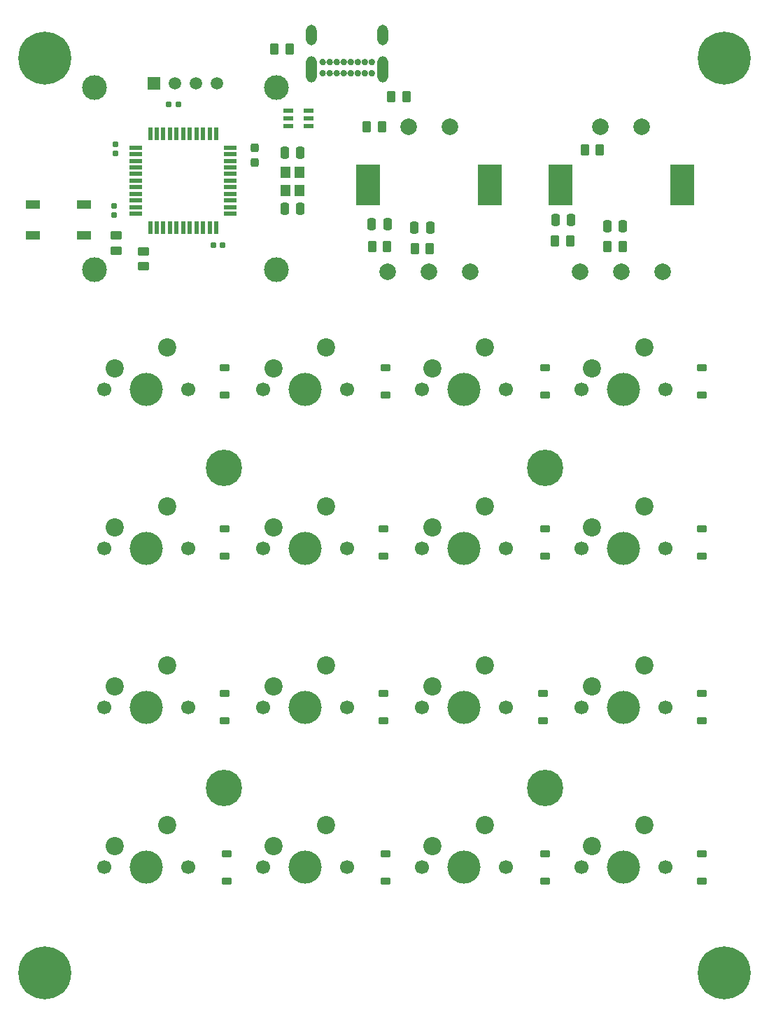
<source format=gbr>
%TF.GenerationSoftware,KiCad,Pcbnew,9.0.0*%
%TF.CreationDate,2025-06-12T15:56:33-06:00*%
%TF.ProjectId,final_macropad,66696e61-6c5f-46d6-9163-726f7061642e,rev?*%
%TF.SameCoordinates,Original*%
%TF.FileFunction,Soldermask,Bot*%
%TF.FilePolarity,Negative*%
%FSLAX46Y46*%
G04 Gerber Fmt 4.6, Leading zero omitted, Abs format (unit mm)*
G04 Created by KiCad (PCBNEW 9.0.0) date 2025-06-12 15:56:33*
%MOMM*%
%LPD*%
G01*
G04 APERTURE LIST*
G04 Aperture macros list*
%AMRoundRect*
0 Rectangle with rounded corners*
0 $1 Rounding radius*
0 $2 $3 $4 $5 $6 $7 $8 $9 X,Y pos of 4 corners*
0 Add a 4 corners polygon primitive as box body*
4,1,4,$2,$3,$4,$5,$6,$7,$8,$9,$2,$3,0*
0 Add four circle primitives for the rounded corners*
1,1,$1+$1,$2,$3*
1,1,$1+$1,$4,$5*
1,1,$1+$1,$6,$7*
1,1,$1+$1,$8,$9*
0 Add four rect primitives between the rounded corners*
20,1,$1+$1,$2,$3,$4,$5,0*
20,1,$1+$1,$4,$5,$6,$7,0*
20,1,$1+$1,$6,$7,$8,$9,0*
20,1,$1+$1,$8,$9,$2,$3,0*%
G04 Aperture macros list end*
%ADD10C,0.387500*%
%ADD11C,0.800000*%
%ADD12C,6.400000*%
%ADD13C,2.000000*%
%ADD14R,3.000000X5.000000*%
%ADD15C,1.700000*%
%ADD16C,4.000000*%
%ADD17C,2.200000*%
%ADD18C,4.400000*%
%ADD19R,1.508000X1.508000*%
%ADD20C,1.508000*%
%ADD21C,3.000000*%
%ADD22O,1.300000X2.500000*%
%ADD23O,1.300000X3.200000*%
%ADD24RoundRect,0.250000X0.250000X0.475000X-0.250000X0.475000X-0.250000X-0.475000X0.250000X-0.475000X0*%
%ADD25RoundRect,0.250000X-0.250000X-0.475000X0.250000X-0.475000X0.250000X0.475000X-0.250000X0.475000X0*%
%ADD26RoundRect,0.237500X-0.237500X0.300000X-0.237500X-0.300000X0.237500X-0.300000X0.237500X0.300000X0*%
%ADD27RoundRect,0.250000X-0.262500X-0.450000X0.262500X-0.450000X0.262500X0.450000X-0.262500X0.450000X0*%
%ADD28RoundRect,0.225000X0.375000X-0.225000X0.375000X0.225000X-0.375000X0.225000X-0.375000X-0.225000X0*%
%ADD29RoundRect,0.155000X-0.155000X0.212500X-0.155000X-0.212500X0.155000X-0.212500X0.155000X0.212500X0*%
%ADD30R,0.550000X1.500000*%
%ADD31R,1.500000X0.550000*%
%ADD32RoundRect,0.155000X-0.212500X-0.155000X0.212500X-0.155000X0.212500X0.155000X-0.212500X0.155000X0*%
%ADD33R,1.803400X1.092200*%
%ADD34RoundRect,0.250000X0.262500X0.450000X-0.262500X0.450000X-0.262500X-0.450000X0.262500X-0.450000X0*%
%ADD35RoundRect,0.073750X-0.531250X-0.221250X0.531250X-0.221250X0.531250X0.221250X-0.531250X0.221250X0*%
%ADD36RoundRect,0.155000X0.155000X-0.212500X0.155000X0.212500X-0.155000X0.212500X-0.155000X-0.212500X0*%
%ADD37RoundRect,0.250000X-0.450000X0.262500X-0.450000X-0.262500X0.450000X-0.262500X0.450000X0.262500X0*%
%ADD38RoundRect,0.155000X0.212500X0.155000X-0.212500X0.155000X-0.212500X-0.155000X0.212500X-0.155000X0*%
%ADD39R,1.200000X1.400000*%
G04 APERTURE END LIST*
D10*
%TO.C,J2*%
X66814750Y-29922000D02*
G75*
G02*
X66427250Y-29922000I-193750J0D01*
G01*
X66427250Y-29922000D02*
G75*
G02*
X66814750Y-29922000I193750J0D01*
G01*
X66814750Y-31272000D02*
G75*
G02*
X66427250Y-31272000I-193750J0D01*
G01*
X66427250Y-31272000D02*
G75*
G02*
X66814750Y-31272000I193750J0D01*
G01*
X67664750Y-29922000D02*
G75*
G02*
X67277250Y-29922000I-193750J0D01*
G01*
X67277250Y-29922000D02*
G75*
G02*
X67664750Y-29922000I193750J0D01*
G01*
X67664750Y-31272000D02*
G75*
G02*
X67277250Y-31272000I-193750J0D01*
G01*
X67277250Y-31272000D02*
G75*
G02*
X67664750Y-31272000I193750J0D01*
G01*
X68514750Y-29922000D02*
G75*
G02*
X68127250Y-29922000I-193750J0D01*
G01*
X68127250Y-29922000D02*
G75*
G02*
X68514750Y-29922000I193750J0D01*
G01*
X68514750Y-31272000D02*
G75*
G02*
X68127250Y-31272000I-193750J0D01*
G01*
X68127250Y-31272000D02*
G75*
G02*
X68514750Y-31272000I193750J0D01*
G01*
X69364750Y-29922000D02*
G75*
G02*
X68977250Y-29922000I-193750J0D01*
G01*
X68977250Y-29922000D02*
G75*
G02*
X69364750Y-29922000I193750J0D01*
G01*
X69364750Y-31272000D02*
G75*
G02*
X68977250Y-31272000I-193750J0D01*
G01*
X68977250Y-31272000D02*
G75*
G02*
X69364750Y-31272000I193750J0D01*
G01*
X70214750Y-29922000D02*
G75*
G02*
X69827250Y-29922000I-193750J0D01*
G01*
X69827250Y-29922000D02*
G75*
G02*
X70214750Y-29922000I193750J0D01*
G01*
X70214750Y-31272000D02*
G75*
G02*
X69827250Y-31272000I-193750J0D01*
G01*
X69827250Y-31272000D02*
G75*
G02*
X70214750Y-31272000I193750J0D01*
G01*
X71064750Y-29922000D02*
G75*
G02*
X70677250Y-29922000I-193750J0D01*
G01*
X70677250Y-29922000D02*
G75*
G02*
X71064750Y-29922000I193750J0D01*
G01*
X71064750Y-31272000D02*
G75*
G02*
X70677250Y-31272000I-193750J0D01*
G01*
X70677250Y-31272000D02*
G75*
G02*
X71064750Y-31272000I193750J0D01*
G01*
X71914750Y-29922000D02*
G75*
G02*
X71527250Y-29922000I-193750J0D01*
G01*
X71527250Y-29922000D02*
G75*
G02*
X71914750Y-29922000I193750J0D01*
G01*
X71914750Y-31272000D02*
G75*
G02*
X71527250Y-31272000I-193750J0D01*
G01*
X71527250Y-31272000D02*
G75*
G02*
X71914750Y-31272000I193750J0D01*
G01*
X72764750Y-29922000D02*
G75*
G02*
X72377250Y-29922000I-193750J0D01*
G01*
X72377250Y-29922000D02*
G75*
G02*
X72764750Y-29922000I193750J0D01*
G01*
X72764750Y-31272000D02*
G75*
G02*
X72377250Y-31272000I-193750J0D01*
G01*
X72377250Y-31272000D02*
G75*
G02*
X72764750Y-31272000I193750J0D01*
G01*
%TD*%
D11*
%TO.C,H3*%
X30600000Y-140052944D03*
X31302944Y-138355888D03*
X31302944Y-141750000D03*
X33000000Y-137652944D03*
D12*
X33000000Y-140052944D03*
D11*
X33000000Y-142452944D03*
X34697056Y-138355888D03*
X34697056Y-141750000D03*
X35400000Y-140052944D03*
%TD*%
D13*
%TO.C,S17*%
X100250000Y-37750000D03*
X105250000Y-37750000D03*
X97750000Y-55250000D03*
X102750000Y-55250000D03*
X107750000Y-55250000D03*
D14*
X95400000Y-44750000D03*
X110100000Y-44750000D03*
%TD*%
D11*
%TO.C,H4*%
X112850000Y-140052944D03*
X113552944Y-138355888D03*
X113552944Y-141750000D03*
X115250000Y-137652944D03*
D12*
X115250000Y-140052944D03*
D11*
X115250000Y-142452944D03*
X116947056Y-138355888D03*
X116947056Y-141750000D03*
X117650000Y-140052944D03*
%TD*%
D15*
%TO.C,S3*%
X78670000Y-69460000D03*
D16*
X83750000Y-69460000D03*
D15*
X88830000Y-69460000D03*
D17*
X86290000Y-64380000D03*
X79940000Y-66920000D03*
%TD*%
D15*
%TO.C,S14*%
X59420000Y-127250000D03*
D16*
X64500000Y-127250000D03*
D15*
X69580000Y-127250000D03*
D17*
X67040000Y-122170000D03*
X60690000Y-124710000D03*
%TD*%
D15*
%TO.C,S6*%
X59420000Y-88710000D03*
D16*
X64500000Y-88710000D03*
D15*
X69580000Y-88710000D03*
D17*
X67040000Y-83630000D03*
X60690000Y-86170000D03*
%TD*%
D18*
%TO.C,H8*%
X93570000Y-117710000D03*
%TD*%
%TO.C,H5*%
X54670000Y-78960000D03*
%TD*%
D15*
%TO.C,S7*%
X78670000Y-88710000D03*
D16*
X83750000Y-88710000D03*
D15*
X88830000Y-88710000D03*
D17*
X86290000Y-83630000D03*
X79940000Y-86170000D03*
%TD*%
D15*
%TO.C,S4*%
X97920000Y-69460000D03*
D16*
X103000000Y-69460000D03*
D15*
X108080000Y-69460000D03*
D17*
X105540000Y-64380000D03*
X99190000Y-66920000D03*
%TD*%
D15*
%TO.C,S8*%
X97920000Y-88710000D03*
D16*
X103000000Y-88710000D03*
D15*
X108080000Y-88710000D03*
D17*
X105540000Y-83630000D03*
X99190000Y-86170000D03*
%TD*%
D11*
%TO.C,H1*%
X30600000Y-29447056D03*
X31302944Y-27750000D03*
X31302944Y-31144112D03*
X33000000Y-27047056D03*
D12*
X33000000Y-29447056D03*
D11*
X33000000Y-31847056D03*
X34697056Y-27750000D03*
X34697056Y-31144112D03*
X35400000Y-29447056D03*
%TD*%
D18*
%TO.C,H6*%
X54670000Y-117710000D03*
%TD*%
D15*
%TO.C,S5*%
X40170000Y-88710000D03*
D16*
X45250000Y-88710000D03*
D15*
X50330000Y-88710000D03*
D17*
X47790000Y-83630000D03*
X41440000Y-86170000D03*
%TD*%
D15*
%TO.C,S1*%
X40170000Y-69460000D03*
D16*
X45250000Y-69460000D03*
D15*
X50330000Y-69460000D03*
D17*
X47790000Y-64380000D03*
X41440000Y-66920000D03*
%TD*%
D15*
%TO.C,S10*%
X59420000Y-107960000D03*
D16*
X64500000Y-107960000D03*
D15*
X69580000Y-107960000D03*
D17*
X67040000Y-102880000D03*
X60690000Y-105420000D03*
%TD*%
D18*
%TO.C,H7*%
X93570000Y-78960000D03*
%TD*%
D11*
%TO.C,H2*%
X112850000Y-29447056D03*
X113552944Y-27750000D03*
X113552944Y-31144112D03*
X115250000Y-27047056D03*
D12*
X115250000Y-29447056D03*
D11*
X115250000Y-31847056D03*
X116947056Y-27750000D03*
X116947056Y-31144112D03*
X117650000Y-29447056D03*
%TD*%
D15*
%TO.C,S12*%
X97920000Y-107960000D03*
D16*
X103000000Y-107960000D03*
D15*
X108080000Y-107960000D03*
D17*
X105540000Y-102880000D03*
X99190000Y-105420000D03*
%TD*%
D19*
%TO.C,U3*%
X46190000Y-32500000D03*
D20*
X48730000Y-32500000D03*
X51270000Y-32500000D03*
X53810000Y-32500000D03*
D21*
X39000000Y-33000000D03*
X61000000Y-33000000D03*
X61000000Y-55000000D03*
X39000000Y-55000000D03*
%TD*%
D15*
%TO.C,S2*%
X59420000Y-69460000D03*
D16*
X64500000Y-69460000D03*
D15*
X69580000Y-69460000D03*
D17*
X67040000Y-64380000D03*
X60690000Y-66920000D03*
%TD*%
D15*
%TO.C,S9*%
X40170000Y-107960000D03*
D16*
X45250000Y-107960000D03*
D15*
X50330000Y-107960000D03*
D17*
X47790000Y-102880000D03*
X41440000Y-105420000D03*
%TD*%
D22*
%TO.C,J2*%
X73916000Y-26622000D03*
X65276000Y-26622000D03*
D23*
X73916000Y-30772000D03*
X65276000Y-30772000D03*
%TD*%
D15*
%TO.C,S15*%
X78670000Y-127250000D03*
D16*
X83750000Y-127250000D03*
D15*
X88830000Y-127250000D03*
D17*
X86290000Y-122170000D03*
X79940000Y-124710000D03*
%TD*%
D13*
%TO.C,S18*%
X77000000Y-37750000D03*
X82000000Y-37750000D03*
X74500000Y-55250000D03*
X79500000Y-55250000D03*
X84500000Y-55250000D03*
D14*
X72150000Y-44750000D03*
X86850000Y-44750000D03*
%TD*%
D15*
%TO.C,S16*%
X97920000Y-127250000D03*
D16*
X103000000Y-127250000D03*
D15*
X108080000Y-127250000D03*
D17*
X105540000Y-122170000D03*
X99190000Y-124710000D03*
%TD*%
D15*
%TO.C,S13*%
X40170000Y-127250000D03*
D16*
X45250000Y-127250000D03*
D15*
X50330000Y-127250000D03*
D17*
X47790000Y-122170000D03*
X41440000Y-124710000D03*
%TD*%
D15*
%TO.C,S11*%
X78670000Y-107960000D03*
D16*
X83750000Y-107960000D03*
D15*
X88830000Y-107960000D03*
D17*
X86290000Y-102880000D03*
X79940000Y-105420000D03*
%TD*%
D24*
%TO.C,C6*%
X63942000Y-47625000D03*
X62042000Y-47625000D03*
%TD*%
D25*
%TO.C,C7*%
X62042000Y-40894000D03*
X63942000Y-40894000D03*
%TD*%
D26*
%TO.C,C5*%
X58420000Y-40312000D03*
X58420000Y-42037000D03*
%TD*%
D27*
%TO.C,R10*%
X71985500Y-37719000D03*
X73810500Y-37719000D03*
%TD*%
D28*
%TO.C,D9*%
X54750000Y-109500000D03*
X54750000Y-106200000D03*
%TD*%
D25*
%TO.C,C11*%
X77712500Y-49962500D03*
X79612500Y-49962500D03*
%TD*%
D28*
%TO.C,D7*%
X93500000Y-89650000D03*
X93500000Y-86350000D03*
%TD*%
D29*
%TO.C,C3*%
X41529000Y-39818500D03*
X41529000Y-40953500D03*
%TD*%
D27*
%TO.C,R8*%
X72587500Y-52250000D03*
X74412500Y-52250000D03*
%TD*%
%TO.C,R7*%
X98337500Y-40500000D03*
X100162500Y-40500000D03*
%TD*%
D28*
%TO.C,D1*%
X54750000Y-70150000D03*
X54750000Y-66850000D03*
%TD*%
D30*
%TO.C,U1*%
X45750000Y-38550000D03*
X46550000Y-38550000D03*
X47350000Y-38550000D03*
X48150000Y-38550000D03*
X48950000Y-38550000D03*
X49750000Y-38550000D03*
X50550000Y-38550000D03*
X51350000Y-38550000D03*
X52150000Y-38550000D03*
X52950000Y-38550000D03*
X53750000Y-38550000D03*
D31*
X55450000Y-40250000D03*
X55450000Y-41050000D03*
X55450000Y-41850000D03*
X55450000Y-42650000D03*
X55450000Y-43450000D03*
X55450000Y-44250000D03*
X55450000Y-45050000D03*
X55450000Y-45850000D03*
X55450000Y-46650000D03*
X55450000Y-47450000D03*
X55450000Y-48250000D03*
D30*
X53750000Y-49950000D03*
X52950000Y-49950000D03*
X52150000Y-49950000D03*
X51350000Y-49950000D03*
X50550000Y-49950000D03*
X49750000Y-49950000D03*
X48950000Y-49950000D03*
X48150000Y-49950000D03*
X47350000Y-49950000D03*
X46550000Y-49950000D03*
X45750000Y-49950000D03*
D31*
X44050000Y-48250000D03*
X44050000Y-47450000D03*
X44050000Y-46650000D03*
X44050000Y-45850000D03*
X44050000Y-45050000D03*
X44050000Y-44250000D03*
X44050000Y-43450000D03*
X44050000Y-42650000D03*
X44050000Y-41850000D03*
X44050000Y-41050000D03*
X44050000Y-40250000D03*
%TD*%
D28*
%TO.C,D13*%
X55000000Y-128900000D03*
X55000000Y-125600000D03*
%TD*%
%TO.C,D8*%
X112500000Y-89650000D03*
X112500000Y-86350000D03*
%TD*%
D27*
%TO.C,R9*%
X77750000Y-52462500D03*
X79575000Y-52462500D03*
%TD*%
D28*
%TO.C,D15*%
X93500000Y-128900000D03*
X93500000Y-125600000D03*
%TD*%
%TO.C,D2*%
X74250000Y-70150000D03*
X74250000Y-66850000D03*
%TD*%
%TO.C,D16*%
X112500000Y-128900000D03*
X112500000Y-125600000D03*
%TD*%
D32*
%TO.C,C4*%
X53407500Y-52070000D03*
X54542500Y-52070000D03*
%TD*%
D28*
%TO.C,D4*%
X112500000Y-70150000D03*
X112500000Y-66850000D03*
%TD*%
D33*
%TO.C,SW1*%
X37770999Y-47128151D03*
X31571001Y-47128151D03*
X37770999Y-50828149D03*
X31571001Y-50828149D03*
%TD*%
D25*
%TO.C,C10*%
X72550000Y-49500000D03*
X74450000Y-49500000D03*
%TD*%
D28*
%TO.C,D3*%
X93500000Y-70150000D03*
X93500000Y-66850000D03*
%TD*%
D34*
%TO.C,R12*%
X62634500Y-28321000D03*
X60809500Y-28321000D03*
%TD*%
D27*
%TO.C,R5*%
X94750000Y-51522000D03*
X96575000Y-51522000D03*
%TD*%
D35*
%TO.C,U2*%
X62428000Y-37653000D03*
X62428000Y-36703000D03*
X62428000Y-35753000D03*
X64938000Y-35753000D03*
X64938000Y-36703000D03*
X64938000Y-37653000D03*
%TD*%
D36*
%TO.C,C2*%
X41402000Y-48446500D03*
X41402000Y-47311500D03*
%TD*%
D28*
%TO.C,D12*%
X112500000Y-109500000D03*
X112500000Y-106200000D03*
%TD*%
%TO.C,D5*%
X54750000Y-89650000D03*
X54750000Y-86350000D03*
%TD*%
%TO.C,D14*%
X74250000Y-128900000D03*
X74250000Y-125600000D03*
%TD*%
D37*
%TO.C,R4*%
X41656000Y-50903500D03*
X41656000Y-52728500D03*
%TD*%
%TO.C,R1*%
X44958000Y-52808500D03*
X44958000Y-54633500D03*
%TD*%
D28*
%TO.C,D10*%
X74000000Y-109500000D03*
X74000000Y-106200000D03*
%TD*%
D38*
%TO.C,C1*%
X49149000Y-35052000D03*
X48014000Y-35052000D03*
%TD*%
D28*
%TO.C,D6*%
X74000000Y-89650000D03*
X74000000Y-86350000D03*
%TD*%
%TO.C,D11*%
X93250000Y-109500000D03*
X93250000Y-106200000D03*
%TD*%
D27*
%TO.C,R6*%
X101087500Y-52250000D03*
X102912500Y-52250000D03*
%TD*%
D34*
%TO.C,R11*%
X76758500Y-34122000D03*
X74933500Y-34122000D03*
%TD*%
D39*
%TO.C,Y1*%
X62142000Y-45423000D03*
X62142000Y-43223000D03*
X63842000Y-43223000D03*
X63842000Y-45423000D03*
%TD*%
D25*
%TO.C,C8*%
X94800000Y-49022000D03*
X96700000Y-49022000D03*
%TD*%
%TO.C,C9*%
X101050000Y-49750000D03*
X102950000Y-49750000D03*
%TD*%
M02*

</source>
